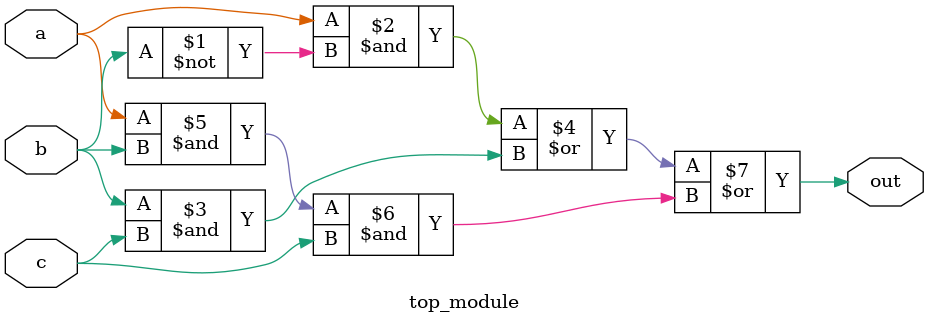
<source format=sv>
module top_module(
	input a, 
	input b,
	input c,
	output out
);
	assign out = (a & ~b) | (b & c) | (a & b & c);
endmodule

</source>
